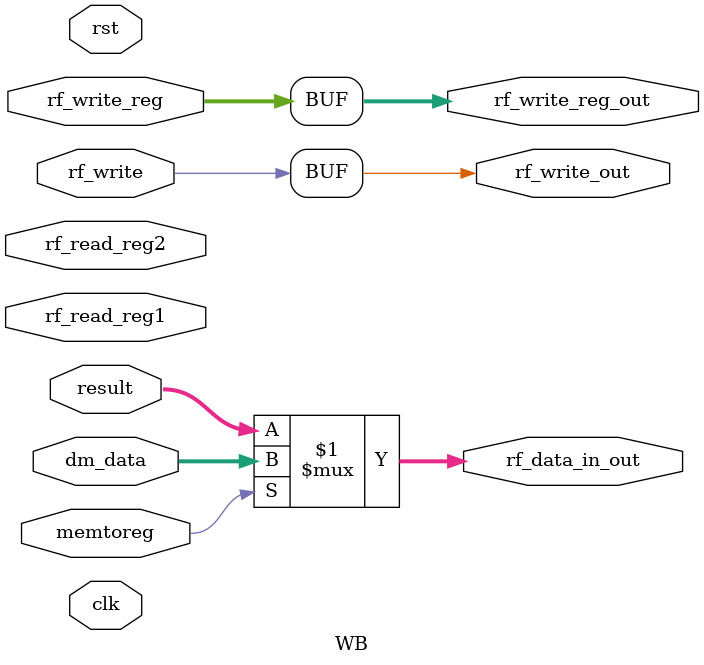
<source format=v>
module WB(
    input clk, rst,
    input rf_write, memtoreg,
    input [15:0] dm_data, result,
    input [3:0] rf_read_reg1, rf_read_reg2, rf_write_reg,
    output [15:0] rf_data_in_out,
    output rf_write_out,
    output [3:0] rf_write_reg_out
);

assign rf_write_out = rf_write;
assign rf_write_reg_out = rf_write_reg;
assign rf_data_in_out = memtoreg ? dm_data : result;

endmodule

</source>
